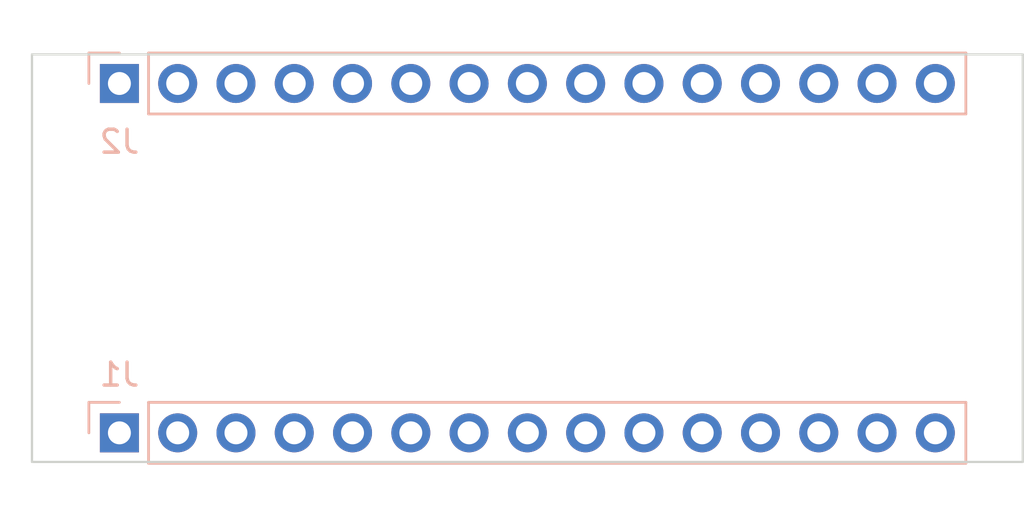
<source format=kicad_pcb>
(kicad_pcb (version 20221018) (generator pcbnew)
  (title_block (date "sam. 04 avril 2015"))
  (layers (0 "F.Cu" signal) (31 "B.Cu" signal) (34 "B.Paste" user) (35 "F.Paste" user) (36 "B.SilkS" user "B.Silkscreen") (37 "F.SilkS" user "F.Silkscreen") (38 "B.Mask" user) (39 "F.Mask" user) (44 "Edge.Cuts" user))
  (net 0 "")
  (net 1 "GND")
  (net 2 "/~{RESET}")
  (net 3 "VCC")
  (net 4 "/*D9")
  (net 5 "/D8")
  (net 6 "/D7")
  (net 7 "/*D6")
  (net 8 "/*D5")
  (net 9 "/D4")
  (net 10 "+5V")
  (net 11 "/A3")
  (net 12 "/A2")
  (net 13 "/A1")
  (net 14 "/A0")
  (net 15 "/AREF")
  (net 16 "/D0{slash}RX")
  (net 17 "/D1{slash}TX")
  (net 18 "+3V3")
  (net 19 "/A7")
  (net 20 "/A6")
  (net 21 "/A5{slash}SCL")
  (net 22 "/A4{slash}SDA")
  (net 23 "/D13{slash}SCK")
  (net 24 "/D2")
  (net 25 "/*D3")
  (net 26 "/*D10{slash}SS")
  (net 27 "/*D11{slash}MOSI")
  (net 28 "/D12{slash}MISO")
  (footprint "Arduino_MountingHole:MountingHole_65mil" (layer "F.Cu") (at 101.27 83.49)
    (fp_text reference "MH2" hide)
    (fp_text value "MountingHole_65mil" hide)
    (pad "" np_thru_hole circle locked (at 0 0) (size 1.651 1.651) (drill 1.651) (layers "F&B.Cu" "*.Mask"))
  )
  (footprint "Arduino_MountingHole:MountingHole_65mil" (layer "F.Cu") (at 141.91 98.73)
    (fp_text reference "MH4" hide)
    (fp_text value "MountingHole_65mil" hide)
    (pad "" np_thru_hole circle locked (at 0 0) (size 1.651 1.651) (drill 1.651) (layers "F&B.Cu" "*.Mask"))
  )
  (footprint "Arduino_MountingHole:MountingHole_65mil" (layer "F.Cu") (at 101.27 98.73)
    (fp_text reference "MH1" hide)
    (fp_text value "MountingHole_65mil" hide)
    (pad "" np_thru_hole circle locked (at 0 0) (size 1.651 1.651) (drill 1.651) (layers "F&B.Cu" "*.Mask"))
  )
  (footprint "Arduino_MountingHole:MountingHole_65mil" (layer "F.Cu") (at 141.91 83.49)
    (fp_text reference "MH3" hide)
    (fp_text value "MountingHole_65mil" hide)
    (pad "" np_thru_hole circle locked (at 0 0) (size 1.651 1.651) (drill 1.651) (layers "F&B.Cu" "*.Mask"))
  )
  (footprint "Connector_PinHeader_2.54mm:PinHeader_1x15_P2.54mm_Vertical" (layer "B.Cu") (at 103.81 98.73 -90)
    (fp_text reference "J1" (at -2.54 0 180) (layer "B.SilkS") (effects (justify mirror)))
    (fp_text value "Analog")
    (fp_line (start -1.33 -36.89) (end 1.33 -36.89) (stroke (width 0.12)) (layer "B.SilkS"))
    (fp_line (start -1.33 -1.27) (end -1.33 -36.89) (stroke (width 0.12)) (layer "B.SilkS"))
    (fp_line (start -1.33 -1.27) (end 1.33 -1.27) (stroke (width 0.12)) (layer "B.SilkS"))
    (fp_line (start -1.33 0) (end -1.33 1.33) (stroke (width 0.12)) (layer "B.SilkS"))
    (fp_line (start -1.33 1.33) (end 0 1.33) (stroke (width 0.12)) (layer "B.SilkS"))
    (fp_line (start 1.33 -1.27) (end 1.33 -36.89) (stroke (width 0.12)) (layer "B.SilkS"))
    (pad "1" thru_hole rect locked (at 0 0 270) (size 1.7 1.7) (drill 1) (layers "*.Cu" "*.Mask") (net 23 "/D13{slash}SCK"))
    (pad "2" thru_hole oval locked (at 0 -2.54 270) (size 1.7 1.7) (drill 1) (layers "*.Cu" "*.Mask") (net 18 "+3V3"))
    (pad "3" thru_hole oval locked (at 0 -5.08 270) (size 1.7 1.7) (drill 1) (layers "*.Cu" "*.Mask") (net 15 "/AREF"))
    (pad "4" thru_hole oval locked (at 0 -7.62 270) (size 1.7 1.7) (drill 1) (layers "*.Cu" "*.Mask") (net 14 "/A0"))
    (pad "5" thru_hole oval locked (at 0 -10.16 270) (size 1.7 1.7) (drill 1) (layers "*.Cu" "*.Mask") (net 13 "/A1"))
    (pad "6" thru_hole oval locked (at 0 -12.7 270) (size 1.7 1.7) (drill 1) (layers "*.Cu" "*.Mask") (net 12 "/A2"))
    (pad "7" thru_hole oval locked (at 0 -15.24 270) (size 1.7 1.7) (drill 1) (layers "*.Cu" "*.Mask") (net 11 "/A3"))
    (pad "8" thru_hole oval locked (at 0 -17.78 270) (size 1.7 1.7) (drill 1) (layers "*.Cu" "*.Mask") (net 22 "/A4{slash}SDA"))
    (pad "9" thru_hole oval locked (at 0 -20.32 270) (size 1.7 1.7) (drill 1) (layers "*.Cu" "*.Mask") (net 21 "/A5{slash}SCL"))
    (pad "10" thru_hole oval locked (at 0 -22.86 270) (size 1.7 1.7) (drill 1) (layers "*.Cu" "*.Mask") (net 20 "/A6"))
    (pad "11" thru_hole oval locked (at 0 -25.4 270) (size 1.7 1.7) (drill 1) (layers "*.Cu" "*.Mask") (net 19 "/A7"))
    (pad "12" thru_hole oval locked (at 0 -27.94 270) (size 1.7 1.7) (drill 1) (layers "*.Cu" "*.Mask") (net 10 "+5V"))
    (pad "13" thru_hole oval locked (at 0 -30.48 270) (size 1.7 1.7) (drill 1) (layers "*.Cu" "*.Mask") (net 2 "/~{RESET}"))
    (pad "14" thru_hole oval locked (at 0 -33.02 270) (size 1.7 1.7) (drill 1) (layers "*.Cu" "*.Mask") (net 1 "GND"))
    (pad "15" thru_hole oval locked (at 0 -35.56 270) (size 1.7 1.7) (drill 1) (layers "*.Cu" "*.Mask") (net 3 "VCC"))
  )
  (footprint "Connector_PinHeader_2.54mm:PinHeader_1x15_P2.54mm_Vertical" (layer "B.Cu") (at 103.81 83.49 -90)
    (fp_text reference "J2" (at 2.54 0 180) (layer "B.SilkS") (effects (justify mirror)))
    (fp_text value "Digital")
    (fp_line (start -1.33 -36.89) (end 1.33 -36.89) (stroke (width 0.12)) (layer "B.SilkS"))
    (fp_line (start -1.33 -1.27) (end -1.33 -36.89) (stroke (width 0.12)) (layer "B.SilkS"))
    (fp_line (start -1.33 -1.27) (end 1.33 -1.27) (stroke (width 0.12)) (layer "B.SilkS"))
    (fp_line (start -1.33 0) (end -1.33 1.33) (stroke (width 0.12)) (layer "B.SilkS"))
    (fp_line (start -1.33 1.33) (end 0 1.33) (stroke (width 0.12)) (layer "B.SilkS"))
    (fp_line (start 1.33 -1.27) (end 1.33 -36.89) (stroke (width 0.12)) (layer "B.SilkS"))
    (pad "1" thru_hole rect locked (at 0 0 270) (size 1.7 1.7) (drill 1) (layers "*.Cu" "*.Mask") (net 28 "/D12{slash}MISO"))
    (pad "2" thru_hole oval locked (at 0 -2.54 270) (size 1.7 1.7) (drill 1) (layers "*.Cu" "*.Mask") (net 27 "/*D11{slash}MOSI"))
    (pad "3" thru_hole oval locked (at 0 -5.08 270) (size 1.7 1.7) (drill 1) (layers "*.Cu" "*.Mask") (net 26 "/*D10{slash}SS"))
    (pad "4" thru_hole oval locked (at 0 -7.62 270) (size 1.7 1.7) (drill 1) (layers "*.Cu" "*.Mask") (net 4 "/*D9"))
    (pad "5" thru_hole oval locked (at 0 -10.16 270) (size 1.7 1.7) (drill 1) (layers "*.Cu" "*.Mask") (net 5 "/D8"))
    (pad "6" thru_hole oval locked (at 0 -12.7 270) (size 1.7 1.7) (drill 1) (layers "*.Cu" "*.Mask") (net 6 "/D7"))
    (pad "7" thru_hole oval locked (at 0 -15.24 270) (size 1.7 1.7) (drill 1) (layers "*.Cu" "*.Mask") (net 7 "/*D6"))
    (pad "8" thru_hole oval locked (at 0 -17.78 270) (size 1.7 1.7) (drill 1) (layers "*.Cu" "*.Mask") (net 8 "/*D5"))
    (pad "9" thru_hole oval locked (at 0 -20.32 270) (size 1.7 1.7) (drill 1) (layers "*.Cu" "*.Mask") (net 9 "/D4"))
    (pad "10" thru_hole oval locked (at 0 -22.86 270) (size 1.7 1.7) (drill 1) (layers "*.Cu" "*.Mask") (net 25 "/*D3"))
    (pad "11" thru_hole oval locked (at 0 -25.4 270) (size 1.7 1.7) (drill 1) (layers "*.Cu" "*.Mask") (net 24 "/D2"))
    (pad "12" thru_hole oval locked (at 0 -27.94 270) (size 1.7 1.7) (drill 1) (layers "*.Cu" "*.Mask") (net 1 "GND"))
    (pad "13" thru_hole oval locked (at 0 -30.48 270) (size 1.7 1.7) (drill 1) (layers "*.Cu" "*.Mask") (net 2 "/~{RESET}"))
    (pad "14" thru_hole oval locked (at 0 -33.02 270) (size 1.7 1.7) (drill 1) (layers "*.Cu" "*.Mask") (net 16 "/D0{slash}RX"))
    (pad "15" thru_hole oval locked (at 0 -35.56 270) (size 1.7 1.7) (drill 1) (layers "*.Cu" "*.Mask") (net 17 "/D1{slash}TX"))
  )
  (gr_rect (start 100 82.22) (end 143.18 100) (stroke (width 0.1)) (fill none) (layer "Edge.Cuts"))
)
</source>
